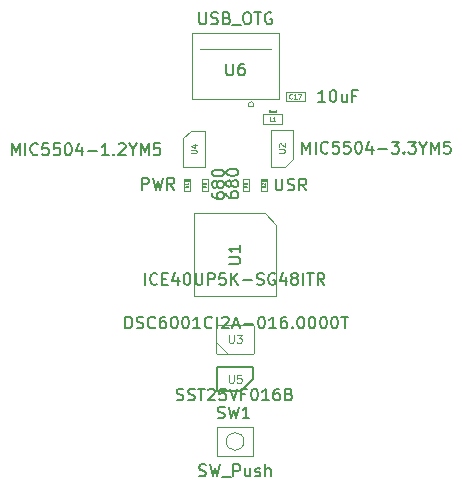
<source format=gbr>
G04 #@! TF.GenerationSoftware,KiCad,Pcbnew,5.0.1-33cea8e~68~ubuntu18.04.1*
G04 #@! TF.CreationDate,2018-11-10T13:26:22+01:00*
G04 #@! TF.ProjectId,Tiny-up5k,54696E792D7570356B2E6B696361645F,rev?*
G04 #@! TF.SameCoordinates,Original*
G04 #@! TF.FileFunction,Other,Fab,Top*
%FSLAX46Y46*%
G04 Gerber Fmt 4.6, Leading zero omitted, Abs format (unit mm)*
G04 Created by KiCad (PCBNEW 5.0.1-33cea8e~68~ubuntu18.04.1) date za 10 nov 2018 13:26:22 CET*
%MOMM*%
%LPD*%
G01*
G04 APERTURE LIST*
%ADD10C,0.100000*%
%ADD11C,0.150000*%
%ADD12C,0.075000*%
%ADD13C,0.050000*%
%ADD14C,0.040000*%
%ADD15C,0.105000*%
%ADD16C,0.060000*%
G04 APERTURE END LIST*
D10*
G04 #@! TO.C,L1*
X155093000Y-102025500D02*
X155093000Y-102825500D01*
X153493000Y-102025500D02*
X155093000Y-102025500D01*
X153493000Y-102825500D02*
X153493000Y-102025500D01*
X155093000Y-102825500D02*
X153493000Y-102825500D01*
G04 #@! TO.C,D1*
X146816000Y-107713500D02*
X147316000Y-107713500D01*
X146816000Y-107613500D02*
X147316000Y-107613500D01*
X146816000Y-108513500D02*
X146816000Y-107513500D01*
X147316000Y-108513500D02*
X146816000Y-108513500D01*
X147316000Y-107513500D02*
X147316000Y-108513500D01*
X146816000Y-107513500D02*
X147316000Y-107513500D01*
G04 #@! TO.C,D2*
X153293000Y-107513500D02*
X153793000Y-107513500D01*
X153793000Y-107513500D02*
X153793000Y-108513500D01*
X153793000Y-108513500D02*
X153293000Y-108513500D01*
X153293000Y-108513500D02*
X153293000Y-107513500D01*
X153293000Y-107613500D02*
X153793000Y-107613500D01*
X153293000Y-107713500D02*
X153793000Y-107713500D01*
G04 #@! TO.C,U2*
X154210000Y-106452000D02*
X154210000Y-103352000D01*
X154210000Y-103352000D02*
X156010000Y-103352000D01*
X156010000Y-105802000D02*
X156010000Y-103352000D01*
X154210000Y-106452000D02*
X155360000Y-106452000D01*
X156010000Y-105802000D02*
X155360000Y-106452000D01*
G04 #@! TO.C,U4*
X146758000Y-104063000D02*
X147408000Y-103413000D01*
X148558000Y-103413000D02*
X147408000Y-103413000D01*
X146758000Y-104063000D02*
X146758000Y-106513000D01*
X148558000Y-106513000D02*
X146758000Y-106513000D01*
X148558000Y-103413000D02*
X148558000Y-106513000D01*
G04 #@! TO.C,SW1*
X149630000Y-128473100D02*
X152630000Y-128473100D01*
X152630000Y-128473100D02*
X152630000Y-130973100D01*
X152630000Y-130973100D02*
X149630000Y-130973100D01*
X149630000Y-130973100D02*
X149630000Y-128473100D01*
X151880000Y-129723100D02*
G75*
G03X151880000Y-129723100I-750000J0D01*
G01*
D11*
G04 #@! TO.C,U5*
X151630000Y-125460000D02*
X149630000Y-125460000D01*
X149630000Y-125460000D02*
X149630000Y-123460000D01*
X149630000Y-123460000D02*
X152630000Y-123460000D01*
X152630000Y-123460000D02*
X152630000Y-124460000D01*
X152630000Y-124460000D02*
X151630000Y-125460000D01*
D10*
G04 #@! TO.C,U3*
X149630000Y-119824000D02*
X152630000Y-119824000D01*
X152630000Y-119824000D02*
X152730000Y-119924000D01*
X152730000Y-119924000D02*
X152730000Y-122224000D01*
X152730000Y-122224000D02*
X152630000Y-122324000D01*
X152630000Y-122324000D02*
X149630000Y-122324000D01*
X149630000Y-122324000D02*
X149530000Y-122224000D01*
X149530000Y-122224000D02*
X149530000Y-119924000D01*
X149530000Y-119924000D02*
X149630000Y-119824000D01*
X149530000Y-121324000D02*
X150530000Y-122324000D01*
G04 #@! TO.C,U6*
X147449000Y-95184000D02*
X147449000Y-100734000D01*
X154149000Y-96484000D02*
X148149000Y-96484000D01*
X154849000Y-95184000D02*
X147449000Y-95184000D01*
X154849000Y-100734000D02*
X147449000Y-100734000D01*
X154849000Y-95184000D02*
X154849000Y-100734000D01*
X152449000Y-100884000D02*
X152649000Y-101084000D01*
X152249000Y-101084000D02*
X152449000Y-100884000D01*
X152649000Y-101294000D02*
X152249000Y-101294000D01*
X152649000Y-101294000D02*
X152649000Y-101084000D01*
X152249000Y-101294000D02*
X152249000Y-101084000D01*
G04 #@! TO.C,U1*
X154630000Y-111419000D02*
X154630000Y-117419000D01*
X154630000Y-117419000D02*
X147630000Y-117419000D01*
X147630000Y-117419000D02*
X147630000Y-110419000D01*
X147630000Y-110419000D02*
X153630000Y-110419000D01*
X153630000Y-110419000D02*
X154630000Y-111419000D01*
G04 #@! TO.C,R8*
X148340000Y-108513500D02*
X148340000Y-107513500D01*
X148840000Y-108513500D02*
X148340000Y-108513500D01*
X148840000Y-107513500D02*
X148840000Y-108513500D01*
X148340000Y-107513500D02*
X148840000Y-107513500D01*
G04 #@! TO.C,R9*
X151769000Y-107513500D02*
X152269000Y-107513500D01*
X152269000Y-107513500D02*
X152269000Y-108513500D01*
X152269000Y-108513500D02*
X151769000Y-108513500D01*
X151769000Y-108513500D02*
X151769000Y-107513500D01*
G04 #@! TO.C,C17*
X155410000Y-100920500D02*
X155410000Y-100120500D01*
X155410000Y-100120500D02*
X157010000Y-100120500D01*
X157010000Y-100120500D02*
X157010000Y-100920500D01*
X157010000Y-100920500D02*
X155410000Y-100920500D01*
G04 #@! TD*
G04 #@! TO.C,L1*
D12*
X154243000Y-102561214D02*
X154100142Y-102561214D01*
X154100142Y-102261214D01*
X154500142Y-102561214D02*
X154328714Y-102561214D01*
X154414428Y-102561214D02*
X154414428Y-102261214D01*
X154385857Y-102304071D01*
X154357285Y-102332642D01*
X154328714Y-102346928D01*
D13*
X154040619Y-101761214D02*
X154069190Y-101770738D01*
X154078714Y-101780261D01*
X154088238Y-101799309D01*
X154088238Y-101827880D01*
X154078714Y-101846928D01*
X154069190Y-101856452D01*
X154050142Y-101865976D01*
X153973952Y-101865976D01*
X153973952Y-101665976D01*
X154040619Y-101665976D01*
X154059666Y-101675500D01*
X154069190Y-101685023D01*
X154078714Y-101704071D01*
X154078714Y-101723119D01*
X154069190Y-101742166D01*
X154059666Y-101751690D01*
X154040619Y-101761214D01*
X153973952Y-101761214D01*
X154250142Y-101856452D02*
X154231095Y-101865976D01*
X154193000Y-101865976D01*
X154173952Y-101856452D01*
X154164428Y-101837404D01*
X154164428Y-101761214D01*
X154173952Y-101742166D01*
X154193000Y-101732642D01*
X154231095Y-101732642D01*
X154250142Y-101742166D01*
X154259666Y-101761214D01*
X154259666Y-101780261D01*
X154164428Y-101799309D01*
X154431095Y-101865976D02*
X154431095Y-101761214D01*
X154421571Y-101742166D01*
X154402523Y-101732642D01*
X154364428Y-101732642D01*
X154345380Y-101742166D01*
X154431095Y-101856452D02*
X154412047Y-101865976D01*
X154364428Y-101865976D01*
X154345380Y-101856452D01*
X154335857Y-101837404D01*
X154335857Y-101818357D01*
X154345380Y-101799309D01*
X154364428Y-101789785D01*
X154412047Y-101789785D01*
X154431095Y-101780261D01*
X154612047Y-101865976D02*
X154612047Y-101665976D01*
X154612047Y-101856452D02*
X154593000Y-101865976D01*
X154554904Y-101865976D01*
X154535857Y-101856452D01*
X154526333Y-101846928D01*
X154516809Y-101827880D01*
X154516809Y-101770738D01*
X154526333Y-101751690D01*
X154535857Y-101742166D01*
X154554904Y-101732642D01*
X154593000Y-101732642D01*
X154612047Y-101742166D01*
G04 #@! TO.C,D1*
D11*
X143256166Y-108402380D02*
X143256166Y-107402380D01*
X143637119Y-107402380D01*
X143732357Y-107450000D01*
X143779976Y-107497619D01*
X143827595Y-107592857D01*
X143827595Y-107735714D01*
X143779976Y-107830952D01*
X143732357Y-107878571D01*
X143637119Y-107926190D01*
X143256166Y-107926190D01*
X144160928Y-107402380D02*
X144399023Y-108402380D01*
X144589500Y-107688095D01*
X144779976Y-108402380D01*
X145018071Y-107402380D01*
X145970452Y-108402380D02*
X145637119Y-107926190D01*
X145399023Y-108402380D02*
X145399023Y-107402380D01*
X145779976Y-107402380D01*
X145875214Y-107450000D01*
X145922833Y-107497619D01*
X145970452Y-107592857D01*
X145970452Y-107735714D01*
X145922833Y-107830952D01*
X145875214Y-107878571D01*
X145779976Y-107926190D01*
X145399023Y-107926190D01*
D14*
X147179095Y-108198023D02*
X146929095Y-108198023D01*
X146929095Y-108138500D01*
X146941000Y-108102785D01*
X146964809Y-108078976D01*
X146988619Y-108067071D01*
X147036238Y-108055166D01*
X147071952Y-108055166D01*
X147119571Y-108067071D01*
X147143380Y-108078976D01*
X147167190Y-108102785D01*
X147179095Y-108138500D01*
X147179095Y-108198023D01*
X147179095Y-107817071D02*
X147179095Y-107959928D01*
X147179095Y-107888500D02*
X146929095Y-107888500D01*
X146964809Y-107912309D01*
X146988619Y-107936119D01*
X147000523Y-107959928D01*
G04 #@! TO.C,D2*
D11*
X154567095Y-107465880D02*
X154567095Y-108275404D01*
X154614714Y-108370642D01*
X154662333Y-108418261D01*
X154757571Y-108465880D01*
X154948047Y-108465880D01*
X155043285Y-108418261D01*
X155090904Y-108370642D01*
X155138523Y-108275404D01*
X155138523Y-107465880D01*
X155567095Y-108418261D02*
X155709952Y-108465880D01*
X155948047Y-108465880D01*
X156043285Y-108418261D01*
X156090904Y-108370642D01*
X156138523Y-108275404D01*
X156138523Y-108180166D01*
X156090904Y-108084928D01*
X156043285Y-108037309D01*
X155948047Y-107989690D01*
X155757571Y-107942071D01*
X155662333Y-107894452D01*
X155614714Y-107846833D01*
X155567095Y-107751595D01*
X155567095Y-107656357D01*
X155614714Y-107561119D01*
X155662333Y-107513500D01*
X155757571Y-107465880D01*
X155995666Y-107465880D01*
X156138523Y-107513500D01*
X157138523Y-108465880D02*
X156805190Y-107989690D01*
X156567095Y-108465880D02*
X156567095Y-107465880D01*
X156948047Y-107465880D01*
X157043285Y-107513500D01*
X157090904Y-107561119D01*
X157138523Y-107656357D01*
X157138523Y-107799214D01*
X157090904Y-107894452D01*
X157043285Y-107942071D01*
X156948047Y-107989690D01*
X156567095Y-107989690D01*
D14*
X153656095Y-108198023D02*
X153406095Y-108198023D01*
X153406095Y-108138500D01*
X153418000Y-108102785D01*
X153441809Y-108078976D01*
X153465619Y-108067071D01*
X153513238Y-108055166D01*
X153548952Y-108055166D01*
X153596571Y-108067071D01*
X153620380Y-108078976D01*
X153644190Y-108102785D01*
X153656095Y-108138500D01*
X153656095Y-108198023D01*
X153429904Y-107959928D02*
X153418000Y-107948023D01*
X153406095Y-107924214D01*
X153406095Y-107864690D01*
X153418000Y-107840880D01*
X153429904Y-107828976D01*
X153453714Y-107817071D01*
X153477523Y-107817071D01*
X153513238Y-107828976D01*
X153656095Y-107971833D01*
X153656095Y-107817071D01*
G04 #@! TO.C,U2*
D11*
X156806095Y-105354380D02*
X156806095Y-104354380D01*
X157139428Y-105068666D01*
X157472761Y-104354380D01*
X157472761Y-105354380D01*
X157948952Y-105354380D02*
X157948952Y-104354380D01*
X158996571Y-105259142D02*
X158948952Y-105306761D01*
X158806095Y-105354380D01*
X158710857Y-105354380D01*
X158568000Y-105306761D01*
X158472761Y-105211523D01*
X158425142Y-105116285D01*
X158377523Y-104925809D01*
X158377523Y-104782952D01*
X158425142Y-104592476D01*
X158472761Y-104497238D01*
X158568000Y-104402000D01*
X158710857Y-104354380D01*
X158806095Y-104354380D01*
X158948952Y-104402000D01*
X158996571Y-104449619D01*
X159901333Y-104354380D02*
X159425142Y-104354380D01*
X159377523Y-104830571D01*
X159425142Y-104782952D01*
X159520380Y-104735333D01*
X159758476Y-104735333D01*
X159853714Y-104782952D01*
X159901333Y-104830571D01*
X159948952Y-104925809D01*
X159948952Y-105163904D01*
X159901333Y-105259142D01*
X159853714Y-105306761D01*
X159758476Y-105354380D01*
X159520380Y-105354380D01*
X159425142Y-105306761D01*
X159377523Y-105259142D01*
X160853714Y-104354380D02*
X160377523Y-104354380D01*
X160329904Y-104830571D01*
X160377523Y-104782952D01*
X160472761Y-104735333D01*
X160710857Y-104735333D01*
X160806095Y-104782952D01*
X160853714Y-104830571D01*
X160901333Y-104925809D01*
X160901333Y-105163904D01*
X160853714Y-105259142D01*
X160806095Y-105306761D01*
X160710857Y-105354380D01*
X160472761Y-105354380D01*
X160377523Y-105306761D01*
X160329904Y-105259142D01*
X161520380Y-104354380D02*
X161615619Y-104354380D01*
X161710857Y-104402000D01*
X161758476Y-104449619D01*
X161806095Y-104544857D01*
X161853714Y-104735333D01*
X161853714Y-104973428D01*
X161806095Y-105163904D01*
X161758476Y-105259142D01*
X161710857Y-105306761D01*
X161615619Y-105354380D01*
X161520380Y-105354380D01*
X161425142Y-105306761D01*
X161377523Y-105259142D01*
X161329904Y-105163904D01*
X161282285Y-104973428D01*
X161282285Y-104735333D01*
X161329904Y-104544857D01*
X161377523Y-104449619D01*
X161425142Y-104402000D01*
X161520380Y-104354380D01*
X162710857Y-104687714D02*
X162710857Y-105354380D01*
X162472761Y-104306761D02*
X162234666Y-105021047D01*
X162853714Y-105021047D01*
X163234666Y-104973428D02*
X163996571Y-104973428D01*
X164377523Y-104354380D02*
X164996571Y-104354380D01*
X164663238Y-104735333D01*
X164806095Y-104735333D01*
X164901333Y-104782952D01*
X164948952Y-104830571D01*
X164996571Y-104925809D01*
X164996571Y-105163904D01*
X164948952Y-105259142D01*
X164901333Y-105306761D01*
X164806095Y-105354380D01*
X164520380Y-105354380D01*
X164425142Y-105306761D01*
X164377523Y-105259142D01*
X165425142Y-105259142D02*
X165472761Y-105306761D01*
X165425142Y-105354380D01*
X165377523Y-105306761D01*
X165425142Y-105259142D01*
X165425142Y-105354380D01*
X165806095Y-104354380D02*
X166425142Y-104354380D01*
X166091809Y-104735333D01*
X166234666Y-104735333D01*
X166329904Y-104782952D01*
X166377523Y-104830571D01*
X166425142Y-104925809D01*
X166425142Y-105163904D01*
X166377523Y-105259142D01*
X166329904Y-105306761D01*
X166234666Y-105354380D01*
X165948952Y-105354380D01*
X165853714Y-105306761D01*
X165806095Y-105259142D01*
X167044190Y-104878190D02*
X167044190Y-105354380D01*
X166710857Y-104354380D02*
X167044190Y-104878190D01*
X167377523Y-104354380D01*
X167710857Y-105354380D02*
X167710857Y-104354380D01*
X168044190Y-105068666D01*
X168377523Y-104354380D01*
X168377523Y-105354380D01*
X169329904Y-104354380D02*
X168853714Y-104354380D01*
X168806095Y-104830571D01*
X168853714Y-104782952D01*
X168948952Y-104735333D01*
X169187047Y-104735333D01*
X169282285Y-104782952D01*
X169329904Y-104830571D01*
X169377523Y-104925809D01*
X169377523Y-105163904D01*
X169329904Y-105259142D01*
X169282285Y-105306761D01*
X169187047Y-105354380D01*
X168948952Y-105354380D01*
X168853714Y-105306761D01*
X168806095Y-105259142D01*
D12*
X154836190Y-105282952D02*
X155240952Y-105282952D01*
X155288571Y-105259142D01*
X155312380Y-105235333D01*
X155336190Y-105187714D01*
X155336190Y-105092476D01*
X155312380Y-105044857D01*
X155288571Y-105021047D01*
X155240952Y-104997238D01*
X154836190Y-104997238D01*
X154883809Y-104782952D02*
X154860000Y-104759142D01*
X154836190Y-104711523D01*
X154836190Y-104592476D01*
X154860000Y-104544857D01*
X154883809Y-104521047D01*
X154931428Y-104497238D01*
X154979047Y-104497238D01*
X155050476Y-104521047D01*
X155336190Y-104806761D01*
X155336190Y-104497238D01*
G04 #@! TO.C,U4*
D11*
X132231595Y-105481380D02*
X132231595Y-104481380D01*
X132564928Y-105195666D01*
X132898261Y-104481380D01*
X132898261Y-105481380D01*
X133374452Y-105481380D02*
X133374452Y-104481380D01*
X134422071Y-105386142D02*
X134374452Y-105433761D01*
X134231595Y-105481380D01*
X134136357Y-105481380D01*
X133993500Y-105433761D01*
X133898261Y-105338523D01*
X133850642Y-105243285D01*
X133803023Y-105052809D01*
X133803023Y-104909952D01*
X133850642Y-104719476D01*
X133898261Y-104624238D01*
X133993500Y-104529000D01*
X134136357Y-104481380D01*
X134231595Y-104481380D01*
X134374452Y-104529000D01*
X134422071Y-104576619D01*
X135326833Y-104481380D02*
X134850642Y-104481380D01*
X134803023Y-104957571D01*
X134850642Y-104909952D01*
X134945880Y-104862333D01*
X135183976Y-104862333D01*
X135279214Y-104909952D01*
X135326833Y-104957571D01*
X135374452Y-105052809D01*
X135374452Y-105290904D01*
X135326833Y-105386142D01*
X135279214Y-105433761D01*
X135183976Y-105481380D01*
X134945880Y-105481380D01*
X134850642Y-105433761D01*
X134803023Y-105386142D01*
X136279214Y-104481380D02*
X135803023Y-104481380D01*
X135755404Y-104957571D01*
X135803023Y-104909952D01*
X135898261Y-104862333D01*
X136136357Y-104862333D01*
X136231595Y-104909952D01*
X136279214Y-104957571D01*
X136326833Y-105052809D01*
X136326833Y-105290904D01*
X136279214Y-105386142D01*
X136231595Y-105433761D01*
X136136357Y-105481380D01*
X135898261Y-105481380D01*
X135803023Y-105433761D01*
X135755404Y-105386142D01*
X136945880Y-104481380D02*
X137041119Y-104481380D01*
X137136357Y-104529000D01*
X137183976Y-104576619D01*
X137231595Y-104671857D01*
X137279214Y-104862333D01*
X137279214Y-105100428D01*
X137231595Y-105290904D01*
X137183976Y-105386142D01*
X137136357Y-105433761D01*
X137041119Y-105481380D01*
X136945880Y-105481380D01*
X136850642Y-105433761D01*
X136803023Y-105386142D01*
X136755404Y-105290904D01*
X136707785Y-105100428D01*
X136707785Y-104862333D01*
X136755404Y-104671857D01*
X136803023Y-104576619D01*
X136850642Y-104529000D01*
X136945880Y-104481380D01*
X138136357Y-104814714D02*
X138136357Y-105481380D01*
X137898261Y-104433761D02*
X137660166Y-105148047D01*
X138279214Y-105148047D01*
X138660166Y-105100428D02*
X139422071Y-105100428D01*
X140422071Y-105481380D02*
X139850642Y-105481380D01*
X140136357Y-105481380D02*
X140136357Y-104481380D01*
X140041119Y-104624238D01*
X139945880Y-104719476D01*
X139850642Y-104767095D01*
X140850642Y-105386142D02*
X140898261Y-105433761D01*
X140850642Y-105481380D01*
X140803023Y-105433761D01*
X140850642Y-105386142D01*
X140850642Y-105481380D01*
X141279214Y-104576619D02*
X141326833Y-104529000D01*
X141422071Y-104481380D01*
X141660166Y-104481380D01*
X141755404Y-104529000D01*
X141803023Y-104576619D01*
X141850642Y-104671857D01*
X141850642Y-104767095D01*
X141803023Y-104909952D01*
X141231595Y-105481380D01*
X141850642Y-105481380D01*
X142469690Y-105005190D02*
X142469690Y-105481380D01*
X142136357Y-104481380D02*
X142469690Y-105005190D01*
X142803023Y-104481380D01*
X143136357Y-105481380D02*
X143136357Y-104481380D01*
X143469690Y-105195666D01*
X143803023Y-104481380D01*
X143803023Y-105481380D01*
X144755404Y-104481380D02*
X144279214Y-104481380D01*
X144231595Y-104957571D01*
X144279214Y-104909952D01*
X144374452Y-104862333D01*
X144612547Y-104862333D01*
X144707785Y-104909952D01*
X144755404Y-104957571D01*
X144803023Y-105052809D01*
X144803023Y-105290904D01*
X144755404Y-105386142D01*
X144707785Y-105433761D01*
X144612547Y-105481380D01*
X144374452Y-105481380D01*
X144279214Y-105433761D01*
X144231595Y-105386142D01*
D12*
X147384190Y-105343952D02*
X147788952Y-105343952D01*
X147836571Y-105320142D01*
X147860380Y-105296333D01*
X147884190Y-105248714D01*
X147884190Y-105153476D01*
X147860380Y-105105857D01*
X147836571Y-105082047D01*
X147788952Y-105058238D01*
X147384190Y-105058238D01*
X147550857Y-104605857D02*
X147884190Y-104605857D01*
X147360380Y-104724904D02*
X147717523Y-104843952D01*
X147717523Y-104534428D01*
G04 #@! TO.C,SW1*
D11*
X148082380Y-132627861D02*
X148225238Y-132675480D01*
X148463333Y-132675480D01*
X148558571Y-132627861D01*
X148606190Y-132580242D01*
X148653809Y-132485004D01*
X148653809Y-132389766D01*
X148606190Y-132294528D01*
X148558571Y-132246909D01*
X148463333Y-132199290D01*
X148272857Y-132151671D01*
X148177619Y-132104052D01*
X148130000Y-132056433D01*
X148082380Y-131961195D01*
X148082380Y-131865957D01*
X148130000Y-131770719D01*
X148177619Y-131723100D01*
X148272857Y-131675480D01*
X148510952Y-131675480D01*
X148653809Y-131723100D01*
X148987142Y-131675480D02*
X149225238Y-132675480D01*
X149415714Y-131961195D01*
X149606190Y-132675480D01*
X149844285Y-131675480D01*
X149987142Y-132770719D02*
X150749047Y-132770719D01*
X150987142Y-132675480D02*
X150987142Y-131675480D01*
X151368095Y-131675480D01*
X151463333Y-131723100D01*
X151510952Y-131770719D01*
X151558571Y-131865957D01*
X151558571Y-132008814D01*
X151510952Y-132104052D01*
X151463333Y-132151671D01*
X151368095Y-132199290D01*
X150987142Y-132199290D01*
X152415714Y-132008814D02*
X152415714Y-132675480D01*
X151987142Y-132008814D02*
X151987142Y-132532623D01*
X152034761Y-132627861D01*
X152130000Y-132675480D01*
X152272857Y-132675480D01*
X152368095Y-132627861D01*
X152415714Y-132580242D01*
X152844285Y-132627861D02*
X152939523Y-132675480D01*
X153130000Y-132675480D01*
X153225238Y-132627861D01*
X153272857Y-132532623D01*
X153272857Y-132485004D01*
X153225238Y-132389766D01*
X153130000Y-132342147D01*
X152987142Y-132342147D01*
X152891904Y-132294528D01*
X152844285Y-132199290D01*
X152844285Y-132151671D01*
X152891904Y-132056433D01*
X152987142Y-132008814D01*
X153130000Y-132008814D01*
X153225238Y-132056433D01*
X153701428Y-132675480D02*
X153701428Y-131675480D01*
X154130000Y-132675480D02*
X154130000Y-132151671D01*
X154082380Y-132056433D01*
X153987142Y-132008814D01*
X153844285Y-132008814D01*
X153749047Y-132056433D01*
X153701428Y-132104052D01*
X149669666Y-127722261D02*
X149812523Y-127769880D01*
X150050619Y-127769880D01*
X150145857Y-127722261D01*
X150193476Y-127674642D01*
X150241095Y-127579404D01*
X150241095Y-127484166D01*
X150193476Y-127388928D01*
X150145857Y-127341309D01*
X150050619Y-127293690D01*
X149860142Y-127246071D01*
X149764904Y-127198452D01*
X149717285Y-127150833D01*
X149669666Y-127055595D01*
X149669666Y-126960357D01*
X149717285Y-126865119D01*
X149764904Y-126817500D01*
X149860142Y-126769880D01*
X150098238Y-126769880D01*
X150241095Y-126817500D01*
X150574428Y-126769880D02*
X150812523Y-127769880D01*
X151003000Y-127055595D01*
X151193476Y-127769880D01*
X151431571Y-126769880D01*
X152336333Y-127769880D02*
X151764904Y-127769880D01*
X152050619Y-127769880D02*
X152050619Y-126769880D01*
X151955380Y-126912738D01*
X151860142Y-127007976D01*
X151764904Y-127055595D01*
G04 #@! TO.C,U5*
X146185547Y-126198261D02*
X146328404Y-126245880D01*
X146566500Y-126245880D01*
X146661738Y-126198261D01*
X146709357Y-126150642D01*
X146756976Y-126055404D01*
X146756976Y-125960166D01*
X146709357Y-125864928D01*
X146661738Y-125817309D01*
X146566500Y-125769690D01*
X146376023Y-125722071D01*
X146280785Y-125674452D01*
X146233166Y-125626833D01*
X146185547Y-125531595D01*
X146185547Y-125436357D01*
X146233166Y-125341119D01*
X146280785Y-125293500D01*
X146376023Y-125245880D01*
X146614119Y-125245880D01*
X146756976Y-125293500D01*
X147137928Y-126198261D02*
X147280785Y-126245880D01*
X147518880Y-126245880D01*
X147614119Y-126198261D01*
X147661738Y-126150642D01*
X147709357Y-126055404D01*
X147709357Y-125960166D01*
X147661738Y-125864928D01*
X147614119Y-125817309D01*
X147518880Y-125769690D01*
X147328404Y-125722071D01*
X147233166Y-125674452D01*
X147185547Y-125626833D01*
X147137928Y-125531595D01*
X147137928Y-125436357D01*
X147185547Y-125341119D01*
X147233166Y-125293500D01*
X147328404Y-125245880D01*
X147566500Y-125245880D01*
X147709357Y-125293500D01*
X147995071Y-125245880D02*
X148566500Y-125245880D01*
X148280785Y-126245880D02*
X148280785Y-125245880D01*
X148852214Y-125341119D02*
X148899833Y-125293500D01*
X148995071Y-125245880D01*
X149233166Y-125245880D01*
X149328404Y-125293500D01*
X149376023Y-125341119D01*
X149423642Y-125436357D01*
X149423642Y-125531595D01*
X149376023Y-125674452D01*
X148804595Y-126245880D01*
X149423642Y-126245880D01*
X150328404Y-125245880D02*
X149852214Y-125245880D01*
X149804595Y-125722071D01*
X149852214Y-125674452D01*
X149947452Y-125626833D01*
X150185547Y-125626833D01*
X150280785Y-125674452D01*
X150328404Y-125722071D01*
X150376023Y-125817309D01*
X150376023Y-126055404D01*
X150328404Y-126150642D01*
X150280785Y-126198261D01*
X150185547Y-126245880D01*
X149947452Y-126245880D01*
X149852214Y-126198261D01*
X149804595Y-126150642D01*
X150661738Y-125245880D02*
X150995071Y-126245880D01*
X151328404Y-125245880D01*
X151995071Y-125722071D02*
X151661738Y-125722071D01*
X151661738Y-126245880D02*
X151661738Y-125245880D01*
X152137928Y-125245880D01*
X152709357Y-125245880D02*
X152804595Y-125245880D01*
X152899833Y-125293500D01*
X152947452Y-125341119D01*
X152995071Y-125436357D01*
X153042690Y-125626833D01*
X153042690Y-125864928D01*
X152995071Y-126055404D01*
X152947452Y-126150642D01*
X152899833Y-126198261D01*
X152804595Y-126245880D01*
X152709357Y-126245880D01*
X152614119Y-126198261D01*
X152566500Y-126150642D01*
X152518880Y-126055404D01*
X152471261Y-125864928D01*
X152471261Y-125626833D01*
X152518880Y-125436357D01*
X152566500Y-125341119D01*
X152614119Y-125293500D01*
X152709357Y-125245880D01*
X153995071Y-126245880D02*
X153423642Y-126245880D01*
X153709357Y-126245880D02*
X153709357Y-125245880D01*
X153614119Y-125388738D01*
X153518880Y-125483976D01*
X153423642Y-125531595D01*
X154852214Y-125245880D02*
X154661738Y-125245880D01*
X154566500Y-125293500D01*
X154518880Y-125341119D01*
X154423642Y-125483976D01*
X154376023Y-125674452D01*
X154376023Y-126055404D01*
X154423642Y-126150642D01*
X154471261Y-126198261D01*
X154566500Y-126245880D01*
X154756976Y-126245880D01*
X154852214Y-126198261D01*
X154899833Y-126150642D01*
X154947452Y-126055404D01*
X154947452Y-125817309D01*
X154899833Y-125722071D01*
X154852214Y-125674452D01*
X154756976Y-125626833D01*
X154566500Y-125626833D01*
X154471261Y-125674452D01*
X154423642Y-125722071D01*
X154376023Y-125817309D01*
X155709357Y-125722071D02*
X155852214Y-125769690D01*
X155899833Y-125817309D01*
X155947452Y-125912547D01*
X155947452Y-126055404D01*
X155899833Y-126150642D01*
X155852214Y-126198261D01*
X155756976Y-126245880D01*
X155376023Y-126245880D01*
X155376023Y-125245880D01*
X155709357Y-125245880D01*
X155804595Y-125293500D01*
X155852214Y-125341119D01*
X155899833Y-125436357D01*
X155899833Y-125531595D01*
X155852214Y-125626833D01*
X155804595Y-125674452D01*
X155709357Y-125722071D01*
X155376023Y-125722071D01*
D15*
X150596666Y-124076666D02*
X150596666Y-124643333D01*
X150630000Y-124710000D01*
X150663333Y-124743333D01*
X150730000Y-124776666D01*
X150863333Y-124776666D01*
X150930000Y-124743333D01*
X150963333Y-124710000D01*
X150996666Y-124643333D01*
X150996666Y-124076666D01*
X151663333Y-124076666D02*
X151330000Y-124076666D01*
X151296666Y-124410000D01*
X151330000Y-124376666D01*
X151396666Y-124343333D01*
X151563333Y-124343333D01*
X151630000Y-124376666D01*
X151663333Y-124410000D01*
X151696666Y-124476666D01*
X151696666Y-124643333D01*
X151663333Y-124710000D01*
X151630000Y-124743333D01*
X151563333Y-124776666D01*
X151396666Y-124776666D01*
X151330000Y-124743333D01*
X151296666Y-124710000D01*
G04 #@! TO.C,U3*
D11*
X141836357Y-120149880D02*
X141836357Y-119149880D01*
X142074452Y-119149880D01*
X142217309Y-119197500D01*
X142312547Y-119292738D01*
X142360166Y-119387976D01*
X142407785Y-119578452D01*
X142407785Y-119721309D01*
X142360166Y-119911785D01*
X142312547Y-120007023D01*
X142217309Y-120102261D01*
X142074452Y-120149880D01*
X141836357Y-120149880D01*
X142788738Y-120102261D02*
X142931595Y-120149880D01*
X143169690Y-120149880D01*
X143264928Y-120102261D01*
X143312547Y-120054642D01*
X143360166Y-119959404D01*
X143360166Y-119864166D01*
X143312547Y-119768928D01*
X143264928Y-119721309D01*
X143169690Y-119673690D01*
X142979214Y-119626071D01*
X142883976Y-119578452D01*
X142836357Y-119530833D01*
X142788738Y-119435595D01*
X142788738Y-119340357D01*
X142836357Y-119245119D01*
X142883976Y-119197500D01*
X142979214Y-119149880D01*
X143217309Y-119149880D01*
X143360166Y-119197500D01*
X144360166Y-120054642D02*
X144312547Y-120102261D01*
X144169690Y-120149880D01*
X144074452Y-120149880D01*
X143931595Y-120102261D01*
X143836357Y-120007023D01*
X143788738Y-119911785D01*
X143741119Y-119721309D01*
X143741119Y-119578452D01*
X143788738Y-119387976D01*
X143836357Y-119292738D01*
X143931595Y-119197500D01*
X144074452Y-119149880D01*
X144169690Y-119149880D01*
X144312547Y-119197500D01*
X144360166Y-119245119D01*
X145217309Y-119149880D02*
X145026833Y-119149880D01*
X144931595Y-119197500D01*
X144883976Y-119245119D01*
X144788738Y-119387976D01*
X144741119Y-119578452D01*
X144741119Y-119959404D01*
X144788738Y-120054642D01*
X144836357Y-120102261D01*
X144931595Y-120149880D01*
X145122071Y-120149880D01*
X145217309Y-120102261D01*
X145264928Y-120054642D01*
X145312547Y-119959404D01*
X145312547Y-119721309D01*
X145264928Y-119626071D01*
X145217309Y-119578452D01*
X145122071Y-119530833D01*
X144931595Y-119530833D01*
X144836357Y-119578452D01*
X144788738Y-119626071D01*
X144741119Y-119721309D01*
X145931595Y-119149880D02*
X146026833Y-119149880D01*
X146122071Y-119197500D01*
X146169690Y-119245119D01*
X146217309Y-119340357D01*
X146264928Y-119530833D01*
X146264928Y-119768928D01*
X146217309Y-119959404D01*
X146169690Y-120054642D01*
X146122071Y-120102261D01*
X146026833Y-120149880D01*
X145931595Y-120149880D01*
X145836357Y-120102261D01*
X145788738Y-120054642D01*
X145741119Y-119959404D01*
X145693500Y-119768928D01*
X145693500Y-119530833D01*
X145741119Y-119340357D01*
X145788738Y-119245119D01*
X145836357Y-119197500D01*
X145931595Y-119149880D01*
X146883976Y-119149880D02*
X146979214Y-119149880D01*
X147074452Y-119197500D01*
X147122071Y-119245119D01*
X147169690Y-119340357D01*
X147217309Y-119530833D01*
X147217309Y-119768928D01*
X147169690Y-119959404D01*
X147122071Y-120054642D01*
X147074452Y-120102261D01*
X146979214Y-120149880D01*
X146883976Y-120149880D01*
X146788738Y-120102261D01*
X146741119Y-120054642D01*
X146693500Y-119959404D01*
X146645880Y-119768928D01*
X146645880Y-119530833D01*
X146693500Y-119340357D01*
X146741119Y-119245119D01*
X146788738Y-119197500D01*
X146883976Y-119149880D01*
X148169690Y-120149880D02*
X147598261Y-120149880D01*
X147883976Y-120149880D02*
X147883976Y-119149880D01*
X147788738Y-119292738D01*
X147693500Y-119387976D01*
X147598261Y-119435595D01*
X149169690Y-120054642D02*
X149122071Y-120102261D01*
X148979214Y-120149880D01*
X148883976Y-120149880D01*
X148741119Y-120102261D01*
X148645880Y-120007023D01*
X148598261Y-119911785D01*
X148550642Y-119721309D01*
X148550642Y-119578452D01*
X148598261Y-119387976D01*
X148645880Y-119292738D01*
X148741119Y-119197500D01*
X148883976Y-119149880D01*
X148979214Y-119149880D01*
X149122071Y-119197500D01*
X149169690Y-119245119D01*
X149598261Y-120149880D02*
X149598261Y-119149880D01*
X150026833Y-119245119D02*
X150074452Y-119197500D01*
X150169690Y-119149880D01*
X150407785Y-119149880D01*
X150503023Y-119197500D01*
X150550642Y-119245119D01*
X150598261Y-119340357D01*
X150598261Y-119435595D01*
X150550642Y-119578452D01*
X149979214Y-120149880D01*
X150598261Y-120149880D01*
X150979214Y-119864166D02*
X151455404Y-119864166D01*
X150883976Y-120149880D02*
X151217309Y-119149880D01*
X151550642Y-120149880D01*
X151883976Y-119768928D02*
X152645880Y-119768928D01*
X153312547Y-119149880D02*
X153407785Y-119149880D01*
X153503023Y-119197500D01*
X153550642Y-119245119D01*
X153598261Y-119340357D01*
X153645880Y-119530833D01*
X153645880Y-119768928D01*
X153598261Y-119959404D01*
X153550642Y-120054642D01*
X153503023Y-120102261D01*
X153407785Y-120149880D01*
X153312547Y-120149880D01*
X153217309Y-120102261D01*
X153169690Y-120054642D01*
X153122071Y-119959404D01*
X153074452Y-119768928D01*
X153074452Y-119530833D01*
X153122071Y-119340357D01*
X153169690Y-119245119D01*
X153217309Y-119197500D01*
X153312547Y-119149880D01*
X154598261Y-120149880D02*
X154026833Y-120149880D01*
X154312547Y-120149880D02*
X154312547Y-119149880D01*
X154217309Y-119292738D01*
X154122071Y-119387976D01*
X154026833Y-119435595D01*
X155455404Y-119149880D02*
X155264928Y-119149880D01*
X155169690Y-119197500D01*
X155122071Y-119245119D01*
X155026833Y-119387976D01*
X154979214Y-119578452D01*
X154979214Y-119959404D01*
X155026833Y-120054642D01*
X155074452Y-120102261D01*
X155169690Y-120149880D01*
X155360166Y-120149880D01*
X155455404Y-120102261D01*
X155503023Y-120054642D01*
X155550642Y-119959404D01*
X155550642Y-119721309D01*
X155503023Y-119626071D01*
X155455404Y-119578452D01*
X155360166Y-119530833D01*
X155169690Y-119530833D01*
X155074452Y-119578452D01*
X155026833Y-119626071D01*
X154979214Y-119721309D01*
X155979214Y-120054642D02*
X156026833Y-120102261D01*
X155979214Y-120149880D01*
X155931595Y-120102261D01*
X155979214Y-120054642D01*
X155979214Y-120149880D01*
X156645880Y-119149880D02*
X156741119Y-119149880D01*
X156836357Y-119197500D01*
X156883976Y-119245119D01*
X156931595Y-119340357D01*
X156979214Y-119530833D01*
X156979214Y-119768928D01*
X156931595Y-119959404D01*
X156883976Y-120054642D01*
X156836357Y-120102261D01*
X156741119Y-120149880D01*
X156645880Y-120149880D01*
X156550642Y-120102261D01*
X156503023Y-120054642D01*
X156455404Y-119959404D01*
X156407785Y-119768928D01*
X156407785Y-119530833D01*
X156455404Y-119340357D01*
X156503023Y-119245119D01*
X156550642Y-119197500D01*
X156645880Y-119149880D01*
X157598261Y-119149880D02*
X157693500Y-119149880D01*
X157788738Y-119197500D01*
X157836357Y-119245119D01*
X157883976Y-119340357D01*
X157931595Y-119530833D01*
X157931595Y-119768928D01*
X157883976Y-119959404D01*
X157836357Y-120054642D01*
X157788738Y-120102261D01*
X157693500Y-120149880D01*
X157598261Y-120149880D01*
X157503023Y-120102261D01*
X157455404Y-120054642D01*
X157407785Y-119959404D01*
X157360166Y-119768928D01*
X157360166Y-119530833D01*
X157407785Y-119340357D01*
X157455404Y-119245119D01*
X157503023Y-119197500D01*
X157598261Y-119149880D01*
X158550642Y-119149880D02*
X158645880Y-119149880D01*
X158741119Y-119197500D01*
X158788738Y-119245119D01*
X158836357Y-119340357D01*
X158883976Y-119530833D01*
X158883976Y-119768928D01*
X158836357Y-119959404D01*
X158788738Y-120054642D01*
X158741119Y-120102261D01*
X158645880Y-120149880D01*
X158550642Y-120149880D01*
X158455404Y-120102261D01*
X158407785Y-120054642D01*
X158360166Y-119959404D01*
X158312547Y-119768928D01*
X158312547Y-119530833D01*
X158360166Y-119340357D01*
X158407785Y-119245119D01*
X158455404Y-119197500D01*
X158550642Y-119149880D01*
X159503023Y-119149880D02*
X159598261Y-119149880D01*
X159693500Y-119197500D01*
X159741119Y-119245119D01*
X159788738Y-119340357D01*
X159836357Y-119530833D01*
X159836357Y-119768928D01*
X159788738Y-119959404D01*
X159741119Y-120054642D01*
X159693500Y-120102261D01*
X159598261Y-120149880D01*
X159503023Y-120149880D01*
X159407785Y-120102261D01*
X159360166Y-120054642D01*
X159312547Y-119959404D01*
X159264928Y-119768928D01*
X159264928Y-119530833D01*
X159312547Y-119340357D01*
X159360166Y-119245119D01*
X159407785Y-119197500D01*
X159503023Y-119149880D01*
X160122071Y-119149880D02*
X160693500Y-119149880D01*
X160407785Y-120149880D02*
X160407785Y-119149880D01*
D15*
X150596666Y-120690666D02*
X150596666Y-121257333D01*
X150630000Y-121324000D01*
X150663333Y-121357333D01*
X150730000Y-121390666D01*
X150863333Y-121390666D01*
X150930000Y-121357333D01*
X150963333Y-121324000D01*
X150996666Y-121257333D01*
X150996666Y-120690666D01*
X151263333Y-120690666D02*
X151696666Y-120690666D01*
X151463333Y-120957333D01*
X151563333Y-120957333D01*
X151630000Y-120990666D01*
X151663333Y-121024000D01*
X151696666Y-121090666D01*
X151696666Y-121257333D01*
X151663333Y-121324000D01*
X151630000Y-121357333D01*
X151563333Y-121390666D01*
X151363333Y-121390666D01*
X151296666Y-121357333D01*
X151263333Y-121324000D01*
G04 #@! TO.C,U6*
D11*
X148101380Y-93386380D02*
X148101380Y-94195904D01*
X148149000Y-94291142D01*
X148196619Y-94338761D01*
X148291857Y-94386380D01*
X148482333Y-94386380D01*
X148577571Y-94338761D01*
X148625190Y-94291142D01*
X148672809Y-94195904D01*
X148672809Y-93386380D01*
X149101380Y-94338761D02*
X149244238Y-94386380D01*
X149482333Y-94386380D01*
X149577571Y-94338761D01*
X149625190Y-94291142D01*
X149672809Y-94195904D01*
X149672809Y-94100666D01*
X149625190Y-94005428D01*
X149577571Y-93957809D01*
X149482333Y-93910190D01*
X149291857Y-93862571D01*
X149196619Y-93814952D01*
X149149000Y-93767333D01*
X149101380Y-93672095D01*
X149101380Y-93576857D01*
X149149000Y-93481619D01*
X149196619Y-93434000D01*
X149291857Y-93386380D01*
X149529952Y-93386380D01*
X149672809Y-93434000D01*
X150434714Y-93862571D02*
X150577571Y-93910190D01*
X150625190Y-93957809D01*
X150672809Y-94053047D01*
X150672809Y-94195904D01*
X150625190Y-94291142D01*
X150577571Y-94338761D01*
X150482333Y-94386380D01*
X150101380Y-94386380D01*
X150101380Y-93386380D01*
X150434714Y-93386380D01*
X150529952Y-93434000D01*
X150577571Y-93481619D01*
X150625190Y-93576857D01*
X150625190Y-93672095D01*
X150577571Y-93767333D01*
X150529952Y-93814952D01*
X150434714Y-93862571D01*
X150101380Y-93862571D01*
X150863285Y-94481619D02*
X151625190Y-94481619D01*
X152053761Y-93386380D02*
X152244238Y-93386380D01*
X152339476Y-93434000D01*
X152434714Y-93529238D01*
X152482333Y-93719714D01*
X152482333Y-94053047D01*
X152434714Y-94243523D01*
X152339476Y-94338761D01*
X152244238Y-94386380D01*
X152053761Y-94386380D01*
X151958523Y-94338761D01*
X151863285Y-94243523D01*
X151815666Y-94053047D01*
X151815666Y-93719714D01*
X151863285Y-93529238D01*
X151958523Y-93434000D01*
X152053761Y-93386380D01*
X152768047Y-93386380D02*
X153339476Y-93386380D01*
X153053761Y-94386380D02*
X153053761Y-93386380D01*
X154196619Y-93434000D02*
X154101380Y-93386380D01*
X153958523Y-93386380D01*
X153815666Y-93434000D01*
X153720428Y-93529238D01*
X153672809Y-93624476D01*
X153625190Y-93814952D01*
X153625190Y-93957809D01*
X153672809Y-94148285D01*
X153720428Y-94243523D01*
X153815666Y-94338761D01*
X153958523Y-94386380D01*
X154053761Y-94386380D01*
X154196619Y-94338761D01*
X154244238Y-94291142D01*
X154244238Y-93957809D01*
X154053761Y-93957809D01*
X150387095Y-97736380D02*
X150387095Y-98545904D01*
X150434714Y-98641142D01*
X150482333Y-98688761D01*
X150577571Y-98736380D01*
X150768047Y-98736380D01*
X150863285Y-98688761D01*
X150910904Y-98641142D01*
X150958523Y-98545904D01*
X150958523Y-97736380D01*
X151863285Y-97736380D02*
X151672809Y-97736380D01*
X151577571Y-97784000D01*
X151529952Y-97831619D01*
X151434714Y-97974476D01*
X151387095Y-98164952D01*
X151387095Y-98545904D01*
X151434714Y-98641142D01*
X151482333Y-98688761D01*
X151577571Y-98736380D01*
X151768047Y-98736380D01*
X151863285Y-98688761D01*
X151910904Y-98641142D01*
X151958523Y-98545904D01*
X151958523Y-98307809D01*
X151910904Y-98212571D01*
X151863285Y-98164952D01*
X151768047Y-98117333D01*
X151577571Y-98117333D01*
X151482333Y-98164952D01*
X151434714Y-98212571D01*
X151387095Y-98307809D01*
G04 #@! TO.C,U1*
X143495071Y-116466880D02*
X143495071Y-115466880D01*
X144542690Y-116371642D02*
X144495071Y-116419261D01*
X144352214Y-116466880D01*
X144256976Y-116466880D01*
X144114119Y-116419261D01*
X144018880Y-116324023D01*
X143971261Y-116228785D01*
X143923642Y-116038309D01*
X143923642Y-115895452D01*
X143971261Y-115704976D01*
X144018880Y-115609738D01*
X144114119Y-115514500D01*
X144256976Y-115466880D01*
X144352214Y-115466880D01*
X144495071Y-115514500D01*
X144542690Y-115562119D01*
X144971261Y-115943071D02*
X145304595Y-115943071D01*
X145447452Y-116466880D02*
X144971261Y-116466880D01*
X144971261Y-115466880D01*
X145447452Y-115466880D01*
X146304595Y-115800214D02*
X146304595Y-116466880D01*
X146066500Y-115419261D02*
X145828404Y-116133547D01*
X146447452Y-116133547D01*
X147018880Y-115466880D02*
X147114119Y-115466880D01*
X147209357Y-115514500D01*
X147256976Y-115562119D01*
X147304595Y-115657357D01*
X147352214Y-115847833D01*
X147352214Y-116085928D01*
X147304595Y-116276404D01*
X147256976Y-116371642D01*
X147209357Y-116419261D01*
X147114119Y-116466880D01*
X147018880Y-116466880D01*
X146923642Y-116419261D01*
X146876023Y-116371642D01*
X146828404Y-116276404D01*
X146780785Y-116085928D01*
X146780785Y-115847833D01*
X146828404Y-115657357D01*
X146876023Y-115562119D01*
X146923642Y-115514500D01*
X147018880Y-115466880D01*
X147780785Y-115466880D02*
X147780785Y-116276404D01*
X147828404Y-116371642D01*
X147876023Y-116419261D01*
X147971261Y-116466880D01*
X148161738Y-116466880D01*
X148256976Y-116419261D01*
X148304595Y-116371642D01*
X148352214Y-116276404D01*
X148352214Y-115466880D01*
X148828404Y-116466880D02*
X148828404Y-115466880D01*
X149209357Y-115466880D01*
X149304595Y-115514500D01*
X149352214Y-115562119D01*
X149399833Y-115657357D01*
X149399833Y-115800214D01*
X149352214Y-115895452D01*
X149304595Y-115943071D01*
X149209357Y-115990690D01*
X148828404Y-115990690D01*
X150304595Y-115466880D02*
X149828404Y-115466880D01*
X149780785Y-115943071D01*
X149828404Y-115895452D01*
X149923642Y-115847833D01*
X150161738Y-115847833D01*
X150256976Y-115895452D01*
X150304595Y-115943071D01*
X150352214Y-116038309D01*
X150352214Y-116276404D01*
X150304595Y-116371642D01*
X150256976Y-116419261D01*
X150161738Y-116466880D01*
X149923642Y-116466880D01*
X149828404Y-116419261D01*
X149780785Y-116371642D01*
X150780785Y-116466880D02*
X150780785Y-115466880D01*
X151352214Y-116466880D02*
X150923642Y-115895452D01*
X151352214Y-115466880D02*
X150780785Y-116038309D01*
X151780785Y-116085928D02*
X152542690Y-116085928D01*
X152971261Y-116419261D02*
X153114119Y-116466880D01*
X153352214Y-116466880D01*
X153447452Y-116419261D01*
X153495071Y-116371642D01*
X153542690Y-116276404D01*
X153542690Y-116181166D01*
X153495071Y-116085928D01*
X153447452Y-116038309D01*
X153352214Y-115990690D01*
X153161738Y-115943071D01*
X153066500Y-115895452D01*
X153018880Y-115847833D01*
X152971261Y-115752595D01*
X152971261Y-115657357D01*
X153018880Y-115562119D01*
X153066500Y-115514500D01*
X153161738Y-115466880D01*
X153399833Y-115466880D01*
X153542690Y-115514500D01*
X154495071Y-115514500D02*
X154399833Y-115466880D01*
X154256976Y-115466880D01*
X154114119Y-115514500D01*
X154018880Y-115609738D01*
X153971261Y-115704976D01*
X153923642Y-115895452D01*
X153923642Y-116038309D01*
X153971261Y-116228785D01*
X154018880Y-116324023D01*
X154114119Y-116419261D01*
X154256976Y-116466880D01*
X154352214Y-116466880D01*
X154495071Y-116419261D01*
X154542690Y-116371642D01*
X154542690Y-116038309D01*
X154352214Y-116038309D01*
X155399833Y-115800214D02*
X155399833Y-116466880D01*
X155161738Y-115419261D02*
X154923642Y-116133547D01*
X155542690Y-116133547D01*
X156066500Y-115895452D02*
X155971261Y-115847833D01*
X155923642Y-115800214D01*
X155876023Y-115704976D01*
X155876023Y-115657357D01*
X155923642Y-115562119D01*
X155971261Y-115514500D01*
X156066500Y-115466880D01*
X156256976Y-115466880D01*
X156352214Y-115514500D01*
X156399833Y-115562119D01*
X156447452Y-115657357D01*
X156447452Y-115704976D01*
X156399833Y-115800214D01*
X156352214Y-115847833D01*
X156256976Y-115895452D01*
X156066500Y-115895452D01*
X155971261Y-115943071D01*
X155923642Y-115990690D01*
X155876023Y-116085928D01*
X155876023Y-116276404D01*
X155923642Y-116371642D01*
X155971261Y-116419261D01*
X156066500Y-116466880D01*
X156256976Y-116466880D01*
X156352214Y-116419261D01*
X156399833Y-116371642D01*
X156447452Y-116276404D01*
X156447452Y-116085928D01*
X156399833Y-115990690D01*
X156352214Y-115943071D01*
X156256976Y-115895452D01*
X156876023Y-116466880D02*
X156876023Y-115466880D01*
X157209357Y-115466880D02*
X157780785Y-115466880D01*
X157495071Y-116466880D02*
X157495071Y-115466880D01*
X158685547Y-116466880D02*
X158352214Y-115990690D01*
X158114119Y-116466880D02*
X158114119Y-115466880D01*
X158495071Y-115466880D01*
X158590309Y-115514500D01*
X158637928Y-115562119D01*
X158685547Y-115657357D01*
X158685547Y-115800214D01*
X158637928Y-115895452D01*
X158590309Y-115943071D01*
X158495071Y-115990690D01*
X158114119Y-115990690D01*
X150582380Y-114680904D02*
X151391904Y-114680904D01*
X151487142Y-114633285D01*
X151534761Y-114585666D01*
X151582380Y-114490428D01*
X151582380Y-114299952D01*
X151534761Y-114204714D01*
X151487142Y-114157095D01*
X151391904Y-114109476D01*
X150582380Y-114109476D01*
X151582380Y-113109476D02*
X151582380Y-113680904D01*
X151582380Y-113395190D02*
X150582380Y-113395190D01*
X150725238Y-113490428D01*
X150820476Y-113585666D01*
X150868095Y-113680904D01*
G04 #@! TO.C,R8*
X149185380Y-108711904D02*
X149185380Y-108902380D01*
X149233000Y-108997619D01*
X149280619Y-109045238D01*
X149423476Y-109140476D01*
X149613952Y-109188095D01*
X149994904Y-109188095D01*
X150090142Y-109140476D01*
X150137761Y-109092857D01*
X150185380Y-108997619D01*
X150185380Y-108807142D01*
X150137761Y-108711904D01*
X150090142Y-108664285D01*
X149994904Y-108616666D01*
X149756809Y-108616666D01*
X149661571Y-108664285D01*
X149613952Y-108711904D01*
X149566333Y-108807142D01*
X149566333Y-108997619D01*
X149613952Y-109092857D01*
X149661571Y-109140476D01*
X149756809Y-109188095D01*
X149613952Y-108045238D02*
X149566333Y-108140476D01*
X149518714Y-108188095D01*
X149423476Y-108235714D01*
X149375857Y-108235714D01*
X149280619Y-108188095D01*
X149233000Y-108140476D01*
X149185380Y-108045238D01*
X149185380Y-107854761D01*
X149233000Y-107759523D01*
X149280619Y-107711904D01*
X149375857Y-107664285D01*
X149423476Y-107664285D01*
X149518714Y-107711904D01*
X149566333Y-107759523D01*
X149613952Y-107854761D01*
X149613952Y-108045238D01*
X149661571Y-108140476D01*
X149709190Y-108188095D01*
X149804428Y-108235714D01*
X149994904Y-108235714D01*
X150090142Y-108188095D01*
X150137761Y-108140476D01*
X150185380Y-108045238D01*
X150185380Y-107854761D01*
X150137761Y-107759523D01*
X150090142Y-107711904D01*
X149994904Y-107664285D01*
X149804428Y-107664285D01*
X149709190Y-107711904D01*
X149661571Y-107759523D01*
X149613952Y-107854761D01*
X149185380Y-107045238D02*
X149185380Y-106950000D01*
X149233000Y-106854761D01*
X149280619Y-106807142D01*
X149375857Y-106759523D01*
X149566333Y-106711904D01*
X149804428Y-106711904D01*
X149994904Y-106759523D01*
X150090142Y-106807142D01*
X150137761Y-106854761D01*
X150185380Y-106950000D01*
X150185380Y-107045238D01*
X150137761Y-107140476D01*
X150090142Y-107188095D01*
X149994904Y-107235714D01*
X149804428Y-107283333D01*
X149566333Y-107283333D01*
X149375857Y-107235714D01*
X149280619Y-107188095D01*
X149233000Y-107140476D01*
X149185380Y-107045238D01*
D14*
X148703095Y-108055166D02*
X148584047Y-108138500D01*
X148703095Y-108198023D02*
X148453095Y-108198023D01*
X148453095Y-108102785D01*
X148465000Y-108078976D01*
X148476904Y-108067071D01*
X148500714Y-108055166D01*
X148536428Y-108055166D01*
X148560238Y-108067071D01*
X148572142Y-108078976D01*
X148584047Y-108102785D01*
X148584047Y-108198023D01*
X148560238Y-107912309D02*
X148548333Y-107936119D01*
X148536428Y-107948023D01*
X148512619Y-107959928D01*
X148500714Y-107959928D01*
X148476904Y-107948023D01*
X148465000Y-107936119D01*
X148453095Y-107912309D01*
X148453095Y-107864690D01*
X148465000Y-107840880D01*
X148476904Y-107828976D01*
X148500714Y-107817071D01*
X148512619Y-107817071D01*
X148536428Y-107828976D01*
X148548333Y-107840880D01*
X148560238Y-107864690D01*
X148560238Y-107912309D01*
X148572142Y-107936119D01*
X148584047Y-107948023D01*
X148607857Y-107959928D01*
X148655476Y-107959928D01*
X148679285Y-107948023D01*
X148691190Y-107936119D01*
X148703095Y-107912309D01*
X148703095Y-107864690D01*
X148691190Y-107840880D01*
X148679285Y-107828976D01*
X148655476Y-107817071D01*
X148607857Y-107817071D01*
X148584047Y-107828976D01*
X148572142Y-107840880D01*
X148560238Y-107864690D01*
G04 #@! TO.C,R9*
D11*
X150391880Y-108648404D02*
X150391880Y-108838880D01*
X150439500Y-108934119D01*
X150487119Y-108981738D01*
X150629976Y-109076976D01*
X150820452Y-109124595D01*
X151201404Y-109124595D01*
X151296642Y-109076976D01*
X151344261Y-109029357D01*
X151391880Y-108934119D01*
X151391880Y-108743642D01*
X151344261Y-108648404D01*
X151296642Y-108600785D01*
X151201404Y-108553166D01*
X150963309Y-108553166D01*
X150868071Y-108600785D01*
X150820452Y-108648404D01*
X150772833Y-108743642D01*
X150772833Y-108934119D01*
X150820452Y-109029357D01*
X150868071Y-109076976D01*
X150963309Y-109124595D01*
X150820452Y-107981738D02*
X150772833Y-108076976D01*
X150725214Y-108124595D01*
X150629976Y-108172214D01*
X150582357Y-108172214D01*
X150487119Y-108124595D01*
X150439500Y-108076976D01*
X150391880Y-107981738D01*
X150391880Y-107791261D01*
X150439500Y-107696023D01*
X150487119Y-107648404D01*
X150582357Y-107600785D01*
X150629976Y-107600785D01*
X150725214Y-107648404D01*
X150772833Y-107696023D01*
X150820452Y-107791261D01*
X150820452Y-107981738D01*
X150868071Y-108076976D01*
X150915690Y-108124595D01*
X151010928Y-108172214D01*
X151201404Y-108172214D01*
X151296642Y-108124595D01*
X151344261Y-108076976D01*
X151391880Y-107981738D01*
X151391880Y-107791261D01*
X151344261Y-107696023D01*
X151296642Y-107648404D01*
X151201404Y-107600785D01*
X151010928Y-107600785D01*
X150915690Y-107648404D01*
X150868071Y-107696023D01*
X150820452Y-107791261D01*
X150391880Y-106981738D02*
X150391880Y-106886500D01*
X150439500Y-106791261D01*
X150487119Y-106743642D01*
X150582357Y-106696023D01*
X150772833Y-106648404D01*
X151010928Y-106648404D01*
X151201404Y-106696023D01*
X151296642Y-106743642D01*
X151344261Y-106791261D01*
X151391880Y-106886500D01*
X151391880Y-106981738D01*
X151344261Y-107076976D01*
X151296642Y-107124595D01*
X151201404Y-107172214D01*
X151010928Y-107219833D01*
X150772833Y-107219833D01*
X150582357Y-107172214D01*
X150487119Y-107124595D01*
X150439500Y-107076976D01*
X150391880Y-106981738D01*
D14*
X152132095Y-108055166D02*
X152013047Y-108138500D01*
X152132095Y-108198023D02*
X151882095Y-108198023D01*
X151882095Y-108102785D01*
X151894000Y-108078976D01*
X151905904Y-108067071D01*
X151929714Y-108055166D01*
X151965428Y-108055166D01*
X151989238Y-108067071D01*
X152001142Y-108078976D01*
X152013047Y-108102785D01*
X152013047Y-108198023D01*
X152132095Y-107936119D02*
X152132095Y-107888500D01*
X152120190Y-107864690D01*
X152108285Y-107852785D01*
X152072571Y-107828976D01*
X152024952Y-107817071D01*
X151929714Y-107817071D01*
X151905904Y-107828976D01*
X151894000Y-107840880D01*
X151882095Y-107864690D01*
X151882095Y-107912309D01*
X151894000Y-107936119D01*
X151905904Y-107948023D01*
X151929714Y-107959928D01*
X151989238Y-107959928D01*
X152013047Y-107948023D01*
X152024952Y-107936119D01*
X152036857Y-107912309D01*
X152036857Y-107864690D01*
X152024952Y-107840880D01*
X152013047Y-107828976D01*
X151989238Y-107817071D01*
G04 #@! TO.C,C17*
D11*
X158758071Y-100972880D02*
X158186642Y-100972880D01*
X158472357Y-100972880D02*
X158472357Y-99972880D01*
X158377119Y-100115738D01*
X158281880Y-100210976D01*
X158186642Y-100258595D01*
X159377119Y-99972880D02*
X159472357Y-99972880D01*
X159567595Y-100020500D01*
X159615214Y-100068119D01*
X159662833Y-100163357D01*
X159710452Y-100353833D01*
X159710452Y-100591928D01*
X159662833Y-100782404D01*
X159615214Y-100877642D01*
X159567595Y-100925261D01*
X159472357Y-100972880D01*
X159377119Y-100972880D01*
X159281880Y-100925261D01*
X159234261Y-100877642D01*
X159186642Y-100782404D01*
X159139023Y-100591928D01*
X159139023Y-100353833D01*
X159186642Y-100163357D01*
X159234261Y-100068119D01*
X159281880Y-100020500D01*
X159377119Y-99972880D01*
X160567595Y-100306214D02*
X160567595Y-100972880D01*
X160139023Y-100306214D02*
X160139023Y-100830023D01*
X160186642Y-100925261D01*
X160281880Y-100972880D01*
X160424738Y-100972880D01*
X160519976Y-100925261D01*
X160567595Y-100877642D01*
X161377119Y-100449071D02*
X161043785Y-100449071D01*
X161043785Y-100972880D02*
X161043785Y-99972880D01*
X161519976Y-99972880D01*
D16*
X155952857Y-100663357D02*
X155933809Y-100682404D01*
X155876666Y-100701452D01*
X155838571Y-100701452D01*
X155781428Y-100682404D01*
X155743333Y-100644309D01*
X155724285Y-100606214D01*
X155705238Y-100530023D01*
X155705238Y-100472880D01*
X155724285Y-100396690D01*
X155743333Y-100358595D01*
X155781428Y-100320500D01*
X155838571Y-100301452D01*
X155876666Y-100301452D01*
X155933809Y-100320500D01*
X155952857Y-100339547D01*
X156333809Y-100701452D02*
X156105238Y-100701452D01*
X156219523Y-100701452D02*
X156219523Y-100301452D01*
X156181428Y-100358595D01*
X156143333Y-100396690D01*
X156105238Y-100415738D01*
X156467142Y-100301452D02*
X156733809Y-100301452D01*
X156562380Y-100701452D01*
G04 #@! TD*
M02*

</source>
